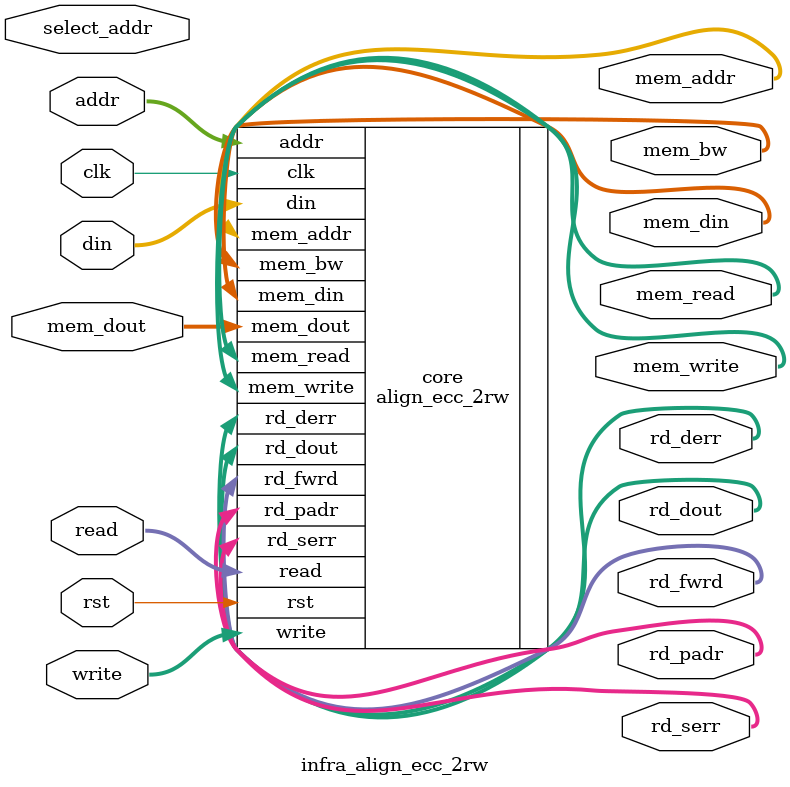
<source format=v>
module infra_align_ecc_2rw (write, read, addr, din, rd_dout, rd_fwrd, rd_serr, rd_derr, rd_padr,
	                    mem_write, mem_read, mem_addr, mem_bw, mem_din, mem_dout,
		            clk, rst,
		            select_addr);

  parameter WIDTH = 32;
  parameter ENAPAR = 0;
  parameter ENAECC = 0;
  parameter ECCWDTH = 7;
  parameter NUMADDR = 1024;
  parameter BITADDR = 10;
  parameter NUMWRDS = 4;
  parameter BITWRDS = 2;
  parameter NUMSROW = 256;
  parameter BITSROW = 8;
  parameter BITPADR = 10;
  parameter SRAM_DELAY = 2;
  parameter FLOPGEN = 0;
  parameter FLOPMEM = 0;
  parameter FLOPOUT = 0;
  parameter RSTZERO = 0;

  parameter MEMWDTH = ENAPAR ? WIDTH+1 : ENAECC ? WIDTH+ECCWDTH : WIDTH;

  input [2-1:0] write;
  input [2-1:0] read;
  input [2*BITADDR-1:0] addr;
  input [2*WIDTH-1:0] din;
  output [2*WIDTH-1:0] rd_dout;
  output [2-1:0] rd_fwrd;
  output [2-1:0] rd_serr;
  output [2-1:0] rd_derr;
  output [2*BITPADR-1:0] rd_padr;

  output [2-1:0] mem_write;
  output [2-1:0] mem_read;
  output [2*BITSROW-1:0] mem_addr;
  output [2*NUMWRDS*MEMWDTH-1:0] mem_bw;
  output [2*NUMWRDS*MEMWDTH-1:0] mem_din;
  input [2*NUMWRDS*MEMWDTH-1:0] mem_dout;

  input clk;
  input rst;

  input [BITADDR-1:0] select_addr;

  align_ecc_2rw #(.WIDTH (WIDTH), .ENAPAR (ENAPAR), .ENAECC (ENAECC), .ECCWDTH (ECCWDTH), .NUMADDR (NUMADDR), .BITADDR (BITADDR),
                  .NUMWRDS (NUMWRDS), .BITWRDS (BITWRDS), .NUMSROW (NUMSROW), .BITSROW (BITSROW), .BITPADR (BITPADR),
                  .SRAM_DELAY (SRAM_DELAY), .FLOPGEN (FLOPGEN), .FLOPMEM (FLOPMEM), .FLOPOUT (FLOPOUT))
    core (.write(write), .read(read), .addr(addr), .din(din), .rd_dout(rd_dout), .rd_fwrd(rd_fwrd),
          .rd_serr(rd_serr), .rd_derr(rd_derr), .rd_padr(rd_padr),
          .mem_write(mem_write), .mem_read(mem_read), .mem_addr(mem_addr), .mem_bw(mem_bw), .mem_din(mem_din), .mem_dout(mem_dout),
          .clk (clk), .rst (rst));

`ifdef FORMAL
assume_select_addr_range: assume property (@(posedge clk) disable iff (rst) (select_addr < NUMADDR));
assume_select_addr_stable: assume property (@(posedge clk) disable iff (rst) $stable(select_addr));

ip_top_sva_align_ecc_2rw #(
     .WIDTH       (WIDTH),
     .ENAPAR      (ENAPAR),
     .ENAECC      (ENAECC),
     .ECCWDTH     (ECCWDTH),
     .NUMADDR     (NUMADDR),
     .BITADDR     (BITADDR),
     .NUMWRDS     (NUMWRDS),
     .BITWRDS     (BITWRDS),
     .NUMSROW     (NUMSROW),
     .BITSROW     (BITSROW),
     .SRAM_DELAY  (SRAM_DELAY),
     .FLOPGEN     (FLOPGEN),
     .FLOPMEM     (FLOPMEM),
     .FLOPOUT     (FLOPOUT),
     .RSTZERO     (RSTZERO))
ip_top_sva (.*);

ip_top_sva_2_align_ecc_2rw #(
     .NUMADDR     (NUMADDR),
     .BITADDR     (BITADDR),
     .NUMSROW     (NUMSROW),
     .BITSROW     (BITSROW))
ip_top_sva_2 (.*);

`elsif SIM_SVA

genvar sva_int;
// generate for (sva_int=0; sva_int<WIDTH; sva_int=sva_int+1) begin
generate for (sva_int=0; sva_int<1; sva_int=sva_int+1) begin: sva_loop
  wire [BITADDR-1:0] help_addr = sva_int;
ip_top_sva_align_ecc_2rw #(
     .WIDTH       (WIDTH),
     .ENAPAR      (ENAPAR),
     .ENAECC      (ENAECC),
     .ECCWDTH     (ECCWDTH),
     .NUMADDR     (NUMADDR),
     .BITADDR     (BITADDR),
     .NUMWRDS     (NUMWRDS),
     .BITWRDS     (BITWRDS),
     .NUMSROW     (NUMSROW),
     .BITSROW     (BITSROW),
     .SRAM_DELAY  (SRAM_DELAY),
     .FLOPGEN     (FLOPGEN),
     .FLOPMEM     (FLOPMEM),
     .FLOPOUT     (FLOPOUT),
     .RSTZERO     (RSTZERO))
ip_top_sva (.select_addr(help_addr), .*);
end
endgenerate

ip_top_sva_2_align_ecc_2rw #(
     .NUMADDR     (NUMADDR),
     .BITADDR     (BITADDR),
     .NUMSROW     (NUMSROW),
     .BITSROW     (BITSROW))
ip_top_sva_2 (.*);

`endif

endmodule

</source>
